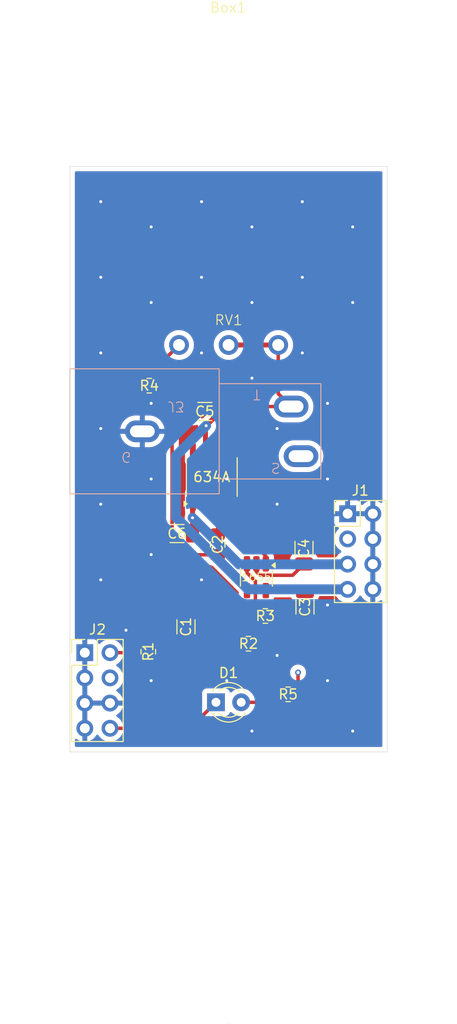
<source format=kicad_pcb>
(kicad_pcb (version 20240108) (generator "pcbnew") (generator_version "8.0")
  (layers (0 "F.Cu" jumper) (1 "In1.Cu" signal) (2 "In2.Cu" signal) (31 "B.Cu" signal) (34 "B.Paste" user) (35 "F.Paste" user) (36 "B.SilkS" user "B.Silkscreen") (37 "F.SilkS" user "F.Silkscreen") (38 "B.Mask" user) (39 "F.Mask" user) (44 "Edge.Cuts" user))
  (net 0 "")
  (net 1 "VIN")
  (net 2 "+V")
  (net 3 "-V")
  (net 4 "LED")
  (net 5 "IN^{EFF}")
  (net 6 "Net-(U1-+)")
  (net 7 "Net-(U1--)")
  (net 8 "Net-(C1-Pad1)")
  (net 9 "Net-(U2-V_{IN})")
  (net 10 "Net-(D1-A)")
  (net 12 "Net-(J3-PadT)")
  (net 13 "IN^{RAW}")
  (net 17 "GND")
  (footprint "Capacitor_SMD:C_1206_3216Metric_Pad1.33x1.80mm_HandSolder" (layer "F.Cu") (at 197.6 88.7 180)
    (property "Reference" "C5" (at 0 0 0) (layer "F.SilkS"))
    (property "Value" "10uF")
    (fp_line (start -0.711252 0.91) (end 0.711252 0.91) (stroke (width 0.12)) (layer "F.SilkS"))
    (fp_line (start -0.711252 -0.91) (end 0.711252 -0.91) (stroke (width 0.12)) (layer "F.SilkS"))
    (pad "1" smd roundrect (at -1.5625 0 180) (size 1.325 1.8) (layers "F.Cu" "F.Paste" "F.Mask") (roundrect_rratio 0.188679) (net 2 "+V"))
    (pad "2" smd roundrect (at 1.5625 0 180) (size 1.325 1.8) (layers "F.Cu" "F.Paste" "F.Mask") (roundrect_rratio 0.188679) (net 17 "GND"))
  )
  (footprint "Resistor_SMD:R_0805_2012Metric_Pad1.20x1.40mm_HandSolder" (layer "F.Cu") (at 203.7 109.3)
    (property "Reference" "R3" (at 0 0 0) (layer "F.SilkS"))
    (property "Value" "470k")
    (fp_line (start -0.227064 -0.735) (end 0.227064 -0.735) (stroke (width 0.12)) (layer "F.SilkS"))
    (fp_line (start -0.227064 0.735) (end 0.227064 0.735) (stroke (width 0.12)) (layer "F.SilkS"))
    (pad "1" smd roundrect (at -1 0) (size 1.2 1.4) (layers "F.Cu" "F.Paste" "F.Mask") (roundrect_rratio 0.208333) (net 6 "Net-(U1-+)"))
    (pad "2" smd roundrect (at 1 0) (size 1.2 1.4) (layers "F.Cu" "F.Paste" "F.Mask") (roundrect_rratio 0.208333) (net 17 "GND"))
  )
  (footprint "Resistor_SMD:R_0805_2012Metric_Pad1.20x1.40mm_HandSolder" (layer "F.Cu") (at 192 86.1)
    (property "Reference" "R4" (at 0 0 0) (layer "F.SilkS"))
    (property "Value" "10k")
    (fp_line (start -0.227064 -0.735) (end 0.227064 -0.735) (stroke (width 0.12)) (layer "F.SilkS"))
    (fp_line (start -0.227064 0.735) (end 0.227064 0.735) (stroke (width 0.12)) (layer "F.SilkS"))
    (pad "1" smd roundrect (at -1 0) (size 1.2 1.4) (layers "F.Cu" "F.Paste" "F.Mask") (roundrect_rratio 0.208333) (net 17 "GND"))
    (pad "2" smd roundrect (at 1 0) (size 1.2 1.4) (layers "F.Cu" "F.Paste" "F.Mask") (roundrect_rratio 0.208333) (net 7 "Net-(U1--)"))
  )
  (footprint "Resistor_SMD:R_0805_2012Metric_Pad1.20x1.40mm_HandSolder" (layer "F.Cu") (at 191.9 112.9 90)
    (property "Reference" "R1" (at 0 0 90) (layer "F.SilkS"))
    (property "Value" "10k")
    (fp_line (start -0.227064 -0.735) (end 0.227064 -0.735) (stroke (width 0.12)) (layer "F.SilkS"))
    (fp_line (start -0.227064 0.735) (end 0.227064 0.735) (stroke (width 0.12)) (layer "F.SilkS"))
    (pad "1" smd roundrect (at -1 0 90) (size 1.2 1.4) (layers "F.Cu" "F.Paste" "F.Mask") (roundrect_rratio 0.208333) (net 13 "IN^{RAW}"))
    (pad "2" smd roundrect (at 1 0 90) (size 1.2 1.4) (layers "F.Cu" "F.Paste" "F.Mask") (roundrect_rratio 0.208333) (net 8 "Net-(C1-Pad1)"))
  )
  (footprint "Package_SO:SOIC-8_3.9x4.9mm_P1.27mm" (layer "F.Cu") (at 198.3 95.3 90)
    (property "Reference" "U2" (hide yes))
    (property "Value" "BUF634AxD")
    (property "VAL" "634A" (at 0 0 0) (layer "F.SilkS"))
    (fp_line (start 0 -2.56) (end 1.95 -2.56) (stroke (width 0.12)) (layer "F.SilkS"))
    (fp_line (start 0 -2.56) (end -1.95 -2.56) (stroke (width 0.12)) (layer "F.SilkS"))
    (fp_line (start 0 2.56) (end 1.95 2.56) (stroke (width 0.12)) (layer "F.SilkS"))
    (fp_line (start 0 2.56) (end -1.95 2.56) (stroke (width 0.12)) (layer "F.SilkS"))
    (fp_poly (pts (xy -2.7 -2.465) (xy -2.94 -2.795) (xy -2.46 -2.795) (xy -2.7 -2.465)) (stroke (width 0.12)) (fill solid) (layer "F.SilkS"))
    (pad "1" smd roundrect (at -2.475 -1.905 90) (size 1.95 0.6) (layers "F.Cu" "F.Paste" "F.Mask") (net 3 "-V"))
    (pad "2" smd roundrect (at -2.475 -0.635 90) (size 1.95 0.6) (layers "F.Cu" "F.Paste" "F.Mask"))
    (pad "3" smd roundrect (at -2.475 0.635 90) (size 1.95 0.6) (layers "F.Cu" "F.Paste" "F.Mask") (net 9 "Net-(U2-V_{IN})"))
    (pad "4" smd roundrect (at -2.475 1.905 90) (size 1.95 0.6) (layers "F.Cu" "F.Paste" "F.Mask") (net 3 "-V"))
    (pad "5" smd roundrect (at 2.475 1.905 90) (size 1.95 0.6) (layers "F.Cu" "F.Paste" "F.Mask"))
    (pad "6" smd roundrect (at 2.475 0.635 90) (size 1.95 0.6) (layers "F.Cu" "F.Paste" "F.Mask") (net 12 "Net-(J3-PadT)"))
    (pad "7" smd roundrect (at 2.475 -0.635 90) (size 1.95 0.6) (layers "F.Cu" "F.Paste" "F.Mask") (net 2 "+V"))
    (pad "8" smd roundrect (at 2.475 -1.905 90) (size 1.95 0.6) (layers "F.Cu" "F.Paste" "F.Mask"))
  )
  (footprint "Package_TO_SOT_SMD:SOT-23-5_HandSoldering" (layer "F.Cu") (at 202.8 105.4 -90)
    (property "Reference" "U1" (hide yes))
    (property "Value" "OPA1655")
    (property "VAL" "1655" (at 0 0 0) (layer "F.SilkS") (effects (font (size 0.8 0.8) (thickness 0.1))))
    (fp_line (start -0.9 1.61) (end 0.9 1.61) (stroke (width 0.12)) (layer "F.SilkS"))
    (fp_line (start 0.1 -1.61) (end -0.7 -1.61) (stroke (width 0.12)) (layer "F.SilkS"))
    (fp_line (start 0.1 -1.61) (end 0.9 -1.61) (stroke (width 0.12)) (layer "F.SilkS"))
    (fp_poly (pts (xy -1.2 -1.56) (xy -1.44 -1.89) (xy -0.96 -1.89) (xy -1.2 -1.56)) (stroke (width 0.12)) (fill solid) (layer "F.SilkS"))
    (pad "1" smd roundrect (at -1.35 -0.95 270) (size 1.56 0.65) (layers "F.Cu" "F.Paste" "F.Mask") (net 9 "Net-(U2-V_{IN})"))
    (pad "2" smd roundrect (at -1.35 0 270) (size 1.56 0.65) (layers "F.Cu" "F.Paste" "F.Mask") (net 3 "-V"))
    (pad "3" smd roundrect (at -1.35 0.95 270) (size 1.56 0.65) (layers "F.Cu" "F.Paste" "F.Mask") (net 6 "Net-(U1-+)"))
    (pad "4" smd roundrect (at 1.35 0.95 270) (size 1.56 0.65) (layers "F.Cu" "F.Paste" "F.Mask") (net 7 "Net-(U1--)"))
    (pad "5" smd roundrect (at 1.35 -0.95 270) (size 1.56 0.65) (layers "F.Cu" "F.Paste" "F.Mask") (net 2 "+V"))
  )
  (footprint "Capacitor_SMD:C_1206_3216Metric_Pad1.33x1.80mm_HandSolder" (layer "F.Cu") (at 195.7 110.4 90)
    (property "Reference" "C1" (at 0 0 90) (layer "F.SilkS"))
    (property "Value" "1uF")
    (fp_line (start -0.711252 -0.91) (end 0.711252 -0.91) (stroke (width 0.12)) (layer "F.SilkS"))
    (fp_line (start -0.711252 0.91) (end 0.711252 0.91) (stroke (width 0.12)) (layer "F.SilkS"))
    (pad "1" smd roundrect (at -1.5625 0 90) (size 1.325 1.8) (layers "F.Cu" "F.Paste" "F.Mask") (roundrect_rratio 0.188679) (net 8 "Net-(C1-Pad1)"))
    (pad "2" smd roundrect (at 1.5625 0 90) (size 1.325 1.8) (layers "F.Cu" "F.Paste" "F.Mask") (roundrect_rratio 0.188679) (net 6 "Net-(U1-+)"))
  )
  (footprint "Capacitor_SMD:C_1206_3216Metric_Pad1.33x1.80mm_HandSolder" (layer "F.Cu") (at 207.7 108.4 -90)
    (property "Reference" "C3" (at 0 0 90) (layer "F.SilkS"))
    (property "Value" "0.1uF")
    (fp_line (start -0.711252 0.91) (end 0.711252 0.91) (stroke (width 0.12)) (layer "F.SilkS"))
    (fp_line (start -0.711252 -0.91) (end 0.711252 -0.91) (stroke (width 0.12)) (layer "F.SilkS"))
    (pad "1" smd roundrect (at -1.5625 0 270) (size 1.325 1.8) (layers "F.Cu" "F.Paste" "F.Mask") (roundrect_rratio 0.188679) (net 2 "+V"))
    (pad "2" smd roundrect (at 1.5625 0 270) (size 1.325 1.8) (layers "F.Cu" "F.Paste" "F.Mask") (roundrect_rratio 0.188679) (net 17 "GND"))
  )
  (footprint "Connector_PinHeader_2.54mm:PinHeader_2x04_P2.54mm_Vertical" (layer "F.Cu") (at 185.5 113)
    (property "Reference" "J2" (at 1.27 -2.33 0) (layer "F.SilkS"))
    (property "Value" "Conn_02x04_Odd_Even")
    (fp_line (start -1.33 -1.33) (end 0 -1.33) (stroke (width 0.12)) (layer "F.SilkS"))
    (fp_line (start -1.33 0) (end -1.33 -1.33) (stroke (width 0.12)) (layer "F.SilkS"))
    (fp_line (start -1.33 1.27) (end -1.33 8.95) (stroke (width 0.12)) (layer "F.SilkS"))
    (fp_line (start -1.33 1.27) (end 1.27 1.27) (stroke (width 0.12)) (layer "F.SilkS"))
    (fp_line (start -1.33 8.95) (end 3.87 8.95) (stroke (width 0.12)) (layer "F.SilkS"))
    (fp_line (start 1.27 -1.33) (end 3.87 -1.33) (stroke (width 0.12)) (layer "F.SilkS"))
    (fp_line (start 1.27 1.27) (end 1.27 -1.33) (stroke (width 0.12)) (layer "F.SilkS"))
    (fp_line (start 3.87 -1.33) (end 3.87 8.95) (stroke (width 0.12)) (layer "F.SilkS"))
    (pad "1" thru_hole rect (at 0 0) (size 1.7 1.7) (drill 1) (layers "*.Cu" "*.Mask" "In3.Cu" "In4.Cu" "In5.Cu" "In6.Cu" "In7.Cu" "In8.Cu" "In9.Cu" "In10.Cu" "In11.Cu" "In12.Cu" "In13.Cu" "In14.Cu" "In15.Cu" "In16.Cu" "In17.Cu" "In18.Cu" "In19.Cu" "In20.Cu" "In21.Cu" "In22.Cu" "In23.Cu" "In24.Cu" "In25.Cu" "In26.Cu" "In27.Cu" "In28.Cu" "In29.Cu" "In30.Cu") (net 17 "GND"))
    (pad "2" thru_hole oval (at 2.54 0) (size 1.7 1.7) (drill 1) (layers "*.Cu" "*.Mask" "In3.Cu" "In4.Cu" "In5.Cu" "In6.Cu" "In7.Cu" "In8.Cu" "In9.Cu" "In10.Cu" "In11.Cu" "In12.Cu" "In13.Cu" "In14.Cu" "In15.Cu" "In16.Cu" "In17.Cu" "In18.Cu" "In19.Cu" "In20.Cu" "In21.Cu" "In22.Cu" "In23.Cu" "In24.Cu" "In25.Cu" "In26.Cu" "In27.Cu" "In28.Cu" "In29.Cu" "In30.Cu") (net 13 "IN^{RAW}"))
    (pad "3" thru_hole oval (at 0 2.54) (size 1.7 1.7) (drill 1) (layers "*.Cu" "*.Mask" "In3.Cu" "In4.Cu" "In5.Cu" "In6.Cu" "In7.Cu" "In8.Cu" "In9.Cu" "In10.Cu" "In11.Cu" "In12.Cu" "In13.Cu" "In14.Cu" "In15.Cu" "In16.Cu" "In17.Cu" "In18.Cu" "In19.Cu" "In20.Cu" "In21.Cu" "In22.Cu" "In23.Cu" "In24.Cu" "In25.Cu" "In26.Cu" "In27.Cu" "In28.Cu" "In29.Cu" "In30.Cu") (net 17 "GND"))
    (pad "4" thru_hole oval (at 2.54 2.54) (size 1.7 1.7) (drill 1) (layers "*.Cu" "*.Mask" "In3.Cu" "In4.Cu" "In5.Cu" "In6.Cu" "In7.Cu" "In8.Cu" "In9.Cu" "In10.Cu" "In11.Cu" "In12.Cu" "In13.Cu" "In14.Cu" "In15.Cu" "In16.Cu" "In17.Cu" "In18.Cu" "In19.Cu" "In20.Cu" "In21.Cu" "In22.Cu" "In23.Cu" "In24.Cu" "In25.Cu" "In26.Cu" "In27.Cu" "In28.Cu" "In29.Cu" "In30.Cu") (net 5 "IN^{EFF}"))
    (pad "5" thru_hole oval (at 0 5.08) (size 1.7 1.7) (drill 1) (layers "*.Cu" "*.Mask" "In3.Cu" "In4.Cu" "In5.Cu" "In6.Cu" "In7.Cu" "In8.Cu" "In9.Cu" "In10.Cu" "In11.Cu" "In12.Cu" "In13.Cu" "In14.Cu" "In15.Cu" "In16.Cu" "In17.Cu" "In18.Cu" "In19.Cu" "In20.Cu" "In21.Cu" "In22.Cu" "In23.Cu" "In24.Cu" "In25.Cu" "In26.Cu" "In27.Cu" "In28.Cu" "In29.Cu" "In30.Cu") (net 17 "GND"))
    (pad "6" thru_hole oval (at 2.54 5.08) (size 1.7 1.7) (drill 1) (layers "*.Cu" "*.Mask" "In3.Cu" "In4.Cu" "In5.Cu" "In6.Cu" "In7.Cu" "In8.Cu" "In9.Cu" "In10.Cu" "In11.Cu" "In12.Cu" "In13.Cu" "In14.Cu" "In15.Cu" "In16.Cu" "In17.Cu" "In18.Cu" "In19.Cu" "In20.Cu" "In21.Cu" "In22.Cu" "In23.Cu" "In24.Cu" "In25.Cu" "In26.Cu" "In27.Cu" "In28.Cu" "In29.Cu" "In30.Cu") (net 17 "GND"))
    (pad "7" thru_hole oval (at 0 7.62) (size 1.7 1.7) (drill 1) (layers "*.Cu" "*.Mask" "In3.Cu" "In4.Cu" "In5.Cu" "In6.Cu" "In7.Cu" "In8.Cu" "In9.Cu" "In10.Cu" "In11.Cu" "In12.Cu" "In13.Cu" "In14.Cu" "In15.Cu" "In16.Cu" "In17.Cu" "In18.Cu" "In19.Cu" "In20.Cu" "In21.Cu" "In22.Cu" "In23.Cu" "In24.Cu" "In25.Cu" "In26.Cu" "In27.Cu" "In28.Cu" "In29.Cu" "In30.Cu") (net 17 "GND"))
    (pad "8" thru_hole oval (at 2.54 7.62) (size 1.7 1.7) (drill 1) (layers "*.Cu" "*.Mask" "In3.Cu" "In4.Cu" "In5.Cu" "In6.Cu" "In7.Cu" "In8.Cu" "In9.Cu" "In10.Cu" "In11.Cu" "In12.Cu" "In13.Cu" "In14.Cu" "In15.Cu" "In16.Cu" "In17.Cu" "In18.Cu" "In19.Cu" "In20.Cu" "In21.Cu" "In22.Cu" "In23.Cu" "In24.Cu" "In25.Cu" "In26.Cu" "In27.Cu" "In28.Cu" "In29.Cu" "In30.Cu") (net 4 "LED"))
  )
  (footprint "Connector_PinHeader_2.54mm:PinHeader_2x04_P2.54mm_Vertical" (layer "F.Cu") (at 212 99)
    (property "Reference" "J1" (at 1.27 -2.33 0) (layer "F.SilkS"))
    (property "Value" "Conn_02x04_Odd_Even")
    (fp_line (start -1.33 -1.33) (end 0 -1.33) (stroke (width 0.12)) (layer "F.SilkS"))
    (fp_line (start -1.33 0) (end -1.33 -1.33) (stroke (width 0.12)) (layer "F.SilkS"))
    (fp_line (start -1.33 1.27) (end -1.33 8.95) (stroke (width 0.12)) (layer "F.SilkS"))
    (fp_line (start -1.33 1.27) (end 1.27 1.27) (stroke (width 0.12)) (layer "F.SilkS"))
    (fp_line (start -1.33 8.95) (end 3.87 8.95) (stroke (width 0.12)) (layer "F.SilkS"))
    (fp_line (start 1.27 -1.33) (end 3.87 -1.33) (stroke (width 0.12)) (layer "F.SilkS"))
    (fp_line (start 1.27 1.27) (end 1.27 -1.33) (stroke (width 0.12)) (layer "F.SilkS"))
    (fp_line (start 3.87 -1.33) (end 3.87 8.95) (stroke (width 0.12)) (layer "F.SilkS"))
    (pad "1" thru_hole rect (at 0 0) (size 1.7 1.7) (drill 1) (layers "*.Cu" "*.Mask" "In3.Cu" "In4.Cu" "In5.Cu" "In6.Cu" "In7.Cu" "In8.Cu" "In9.Cu" "In10.Cu" "In11.Cu" "In12.Cu" "In13.Cu" "In14.Cu" "In15.Cu" "In16.Cu" "In17.Cu" "In18.Cu" "In19.Cu" "In20.Cu" "In21.Cu" "In22.Cu" "In23.Cu" "In24.Cu" "In25.Cu" "In26.Cu" "In27.Cu" "In28.Cu" "In29.Cu" "In30.Cu") (net 17 "GND"))
    (pad "2" thru_hole oval (at 2.54 0) (size 1.7 1.7) (drill 1) (layers "*.Cu" "*.Mask" "In3.Cu" "In4.Cu" "In5.Cu" "In6.Cu" "In7.Cu" "In8.Cu" "In9.Cu" "In10.Cu" "In11.Cu" "In12.Cu" "In13.Cu" "In14.Cu" "In15.Cu" "In16.Cu" "In17.Cu" "In18.Cu" "In19.Cu" "In20.Cu" "In21.Cu" "In22.Cu" "In23.Cu" "In24.Cu" "In25.Cu" "In26.Cu" "In27.Cu" "In28.Cu" "In29.Cu" "In30.Cu") (net 17 "GND"))
    (pad "3" thru_hole oval (at 0 2.54) (size 1.7 1.7) (drill 1) (layers "*.Cu" "*.Mask" "In3.Cu" "In4.Cu" "In5.Cu" "In6.Cu" "In7.Cu" "In8.Cu" "In9.Cu" "In10.Cu" "In11.Cu" "In12.Cu" "In13.Cu" "In14.Cu" "In15.Cu" "In16.Cu" "In17.Cu" "In18.Cu" "In19.Cu" "In20.Cu" "In21.Cu" "In22.Cu" "In23.Cu" "In24.Cu" "In25.Cu" "In26.Cu" "In27.Cu" "In28.Cu" "In29.Cu" "In30.Cu") (net 1 "VIN"))
    (pad "4" thru_hole oval (at 2.54 2.54) (size 1.7 1.7) (drill 1) (layers "*.Cu" "*.Mask" "In3.Cu" "In4.Cu" "In5.Cu" "In6.Cu" "In7.Cu" "In8.Cu" "In9.Cu" "In10.Cu" "In11.Cu" "In12.Cu" "In13.Cu" "In14.Cu" "In15.Cu" "In16.Cu" "In17.Cu" "In18.Cu" "In19.Cu" "In20.Cu" "In21.Cu" "In22.Cu" "In23.Cu" "In24.Cu" "In25.Cu" "In26.Cu" "In27.Cu" "In28.Cu" "In29.Cu" "In30.Cu") (net 17 "GND"))
    (pad "5" thru_hole oval (at 0 5.08) (size 1.7 1.7) (drill 1) (layers "*.Cu" "*.Mask" "In3.Cu" "In4.Cu" "In5.Cu" "In6.Cu" "In7.Cu" "In8.Cu" "In9.Cu" "In10.Cu" "In11.Cu" "In12.Cu" "In13.Cu" "In14.Cu" "In15.Cu" "In16.Cu" "In17.Cu" "In18.Cu" "In19.Cu" "In20.Cu" "In21.Cu" "In22.Cu" "In23.Cu" "In24.Cu" "In25.Cu" "In26.Cu" "In27.Cu" "In28.Cu" "In29.Cu" "In30.Cu") (net 3 "-V"))
    (pad "6" thru_hole oval (at 2.54 5.08) (size 1.7 1.7) (drill 1) (layers "*.Cu" "*.Mask" "In3.Cu" "In4.Cu" "In5.Cu" "In6.Cu" "In7.Cu" "In8.Cu" "In9.Cu" "In10.Cu" "In11.Cu" "In12.Cu" "In13.Cu" "In14.Cu" "In15.Cu" "In16.Cu" "In17.Cu" "In18.Cu" "In19.Cu" "In20.Cu" "In21.Cu" "In22.Cu" "In23.Cu" "In24.Cu" "In25.Cu" "In26.Cu" "In27.Cu" "In28.Cu" "In29.Cu" "In30.Cu") (net 17 "GND"))
    (pad "7" thru_hole oval (at 0 7.62) (size 1.7 1.7) (drill 1) (layers "*.Cu" "*.Mask" "In3.Cu" "In4.Cu" "In5.Cu" "In6.Cu" "In7.Cu" "In8.Cu" "In9.Cu" "In10.Cu" "In11.Cu" "In12.Cu" "In13.Cu" "In14.Cu" "In15.Cu" "In16.Cu" "In17.Cu" "In18.Cu" "In19.Cu" "In20.Cu" "In21.Cu" "In22.Cu" "In23.Cu" "In24.Cu" "In25.Cu" "In26.Cu" "In27.Cu" "In28.Cu" "In29.Cu" "In30.Cu") (net 2 "+V"))
    (pad "8" thru_hole oval (at 2.54 7.62) (size 1.7 1.7) (drill 1) (layers "*.Cu" "*.Mask" "In3.Cu" "In4.Cu" "In5.Cu" "In6.Cu" "In7.Cu" "In8.Cu" "In9.Cu" "In10.Cu" "In11.Cu" "In12.Cu" "In13.Cu" "In14.Cu" "In15.Cu" "In16.Cu" "In17.Cu" "In18.Cu" "In19.Cu" "In20.Cu" "In21.Cu" "In22.Cu" "In23.Cu" "In24.Cu" "In25.Cu" "In26.Cu" "In27.Cu" "In28.Cu" "In29.Cu" "In30.Cu") (net 17 "GND"))
  )
  (footprint "Mylib:1590A" (layer "F.Cu") (at 200 100)
    (property "Reference" "Box1" (at -0.05 -52 0) (layer "F.SilkS") (effects (font (thickness 0.1))))
    (property "Value" "1590A")
    (fp_line (start 0.05 50.375) (end 0.05 50.375) (stroke (width 0.1)) (layer "F.SilkS"))
  )
  (footprint "Capacitor_SMD:C_1206_3216Metric_Pad1.33x1.80mm_HandSolder" (layer "F.Cu") (at 207.6 102.5 90)
    (property "Reference" "C4" (at 0 0 90) (layer "F.SilkS"))
    (property "Value" "0.1uF")
    (fp_line (start -0.711252 -0.91) (end 0.711252 -0.91) (stroke (width 0.12)) (layer "F.SilkS"))
    (fp_line (start -0.711252 0.91) (end 0.711252 0.91) (stroke (width 0.12)) (layer "F.SilkS"))
    (pad "1" smd roundrect (at -1.5625 0 90) (size 1.325 1.8) (layers "F.Cu" "F.Paste" "F.Mask") (roundrect_rratio 0.188679) (net 3 "-V"))
    (pad "2" smd roundrect (at 1.5625 0 90) (size 1.325 1.8) (layers "F.Cu" "F.Paste" "F.Mask") (roundrect_rratio 0.188679) (net 17 "GND"))
  )
  (footprint "LED_THT:LED_D3.0mm" (layer "F.Cu") (at 198.725 118)
    (property "Reference" "D1" (at 1.27 -2.96 0) (layer "F.SilkS"))
    (property "Value" "LED")
    (fp_line (start -0.29 -1.236) (end -0.29 -1.08) (stroke (width 0.12)) (layer "F.SilkS"))
    (fp_line (start -0.29 1.08) (end -0.29 1.236) (stroke (width 0.12)) (layer "F.SilkS"))
    (fp_arc (start -0.29 -1.235516) (mid 1.365624 -1.987701) (end 2.941397 -1.080061) (stroke (width 0.12)) (layer "F.SilkS"))
    (fp_arc (start 0.229039 -1.08) (mid 1.269964 -1.5) (end 2.31091 -1.080049) (stroke (width 0.12)) (layer "F.SilkS"))
    (fp_arc (start 2.31091 1.080049) (mid 1.269964 1.5) (end 0.229039 1.08) (stroke (width 0.12)) (layer "F.SilkS"))
    (fp_arc (start 2.941397 1.080061) (mid 1.365624 1.987701) (end -0.29 1.235516) (stroke (width 0.12)) (layer "F.SilkS"))
    (pad "1" thru_hole rect (at 0 0) (size 1.8 1.8) (drill 0.9) (layers "*.Cu" "*.Mask" "In3.Cu" "In4.Cu" "In5.Cu" "In6.Cu" "In7.Cu" "In8.Cu" "In9.Cu" "In10.Cu" "In11.Cu" "In12.Cu" "In13.Cu" "In14.Cu" "In15.Cu" "In16.Cu" "In17.Cu" "In18.Cu" "In19.Cu" "In20.Cu" "In21.Cu" "In22.Cu" "In23.Cu" "In24.Cu" "In25.Cu" "In26.Cu" "In27.Cu" "In28.Cu" "In29.Cu" "In30.Cu") (net 4 "LED"))
    (pad "2" thru_hole circle (at 2.54 0) (size 1.8 1.8) (drill 0.9) (layers "*.Cu" "*.Mask" "In3.Cu" "In4.Cu" "In5.Cu" "In6.Cu" "In7.Cu" "In8.Cu" "In9.Cu" "In10.Cu" "In11.Cu" "In12.Cu" "In13.Cu" "In14.Cu" "In15.Cu" "In16.Cu" "In17.Cu" "In18.Cu" "In19.Cu" "In20.Cu" "In21.Cu" "In22.Cu" "In23.Cu" "In24.Cu" "In25.Cu" "In26.Cu" "In27.Cu" "In28.Cu" "In29.Cu" "In30.Cu") (net 10 "Net-(D1-A)"))
  )
  (footprint "Capacitor_SMD:C_1206_3216Metric_Pad1.33x1.80mm_HandSolder" (layer "F.Cu") (at 194.8 101 180)
    (property "Reference" "C6" (at 0 0 0) (layer "F.SilkS"))
    (property "Value" "10uF")
    (fp_line (start -0.711252 0.91) (end 0.711252 0.91) (stroke (width 0.12)) (layer "F.SilkS"))
    (fp_line (start -0.711252 -0.91) (end 0.711252 -0.91) (stroke (width 0.12)) (layer "F.SilkS"))
    (pad "1" smd roundrect (at -1.5625 0 180) (size 1.325 1.8) (layers "F.Cu" "F.Paste" "F.Mask") (roundrect_rratio 0.188679) (net 3 "-V"))
    (pad "2" smd roundrect (at 1.5625 0 180) (size 1.325 1.8) (layers "F.Cu" "F.Paste" "F.Mask") (roundrect_rratio 0.188679) (net 17 "GND"))
  )
  (footprint "Mylib:Potentiometer-Basic" (layer "F.Cu") (at 200 82)
    (property "Reference" "RV1" (at 0 -2.5 0) (layer "F.SilkS") (effects (font (thickness 0.1))))
    (property "Value" "10kA")
    (pad "1" thru_hole circle (at -5 0) (size 2 2) (drill 1.2) (layers "*.Cu" "*.Mask" "In3.Cu" "In4.Cu" "In5.Cu" "In6.Cu" "In7.Cu" "In8.Cu" "In9.Cu" "In10.Cu" "In11.Cu" "In12.Cu" "In13.Cu" "In14.Cu" "In15.Cu" "In16.Cu" "In17.Cu" "In18.Cu" "In19.Cu" "In20.Cu" "In21.Cu" "In22.Cu" "In23.Cu" "In24.Cu" "In25.Cu" "In26.Cu" "In27.Cu" "In28.Cu" "In29.Cu" "In30.Cu") (net 7 "Net-(U1--)"))
    (pad "2" thru_hole circle (at 0 0) (size 2 2) (drill 1.2) (layers "*.Cu" "*.Mask" "In3.Cu" "In4.Cu" "In5.Cu" "In6.Cu" "In7.Cu" "In8.Cu" "In9.Cu" "In10.Cu" "In11.Cu" "In12.Cu" "In13.Cu" "In14.Cu" "In15.Cu" "In16.Cu" "In17.Cu" "In18.Cu" "In19.Cu" "In20.Cu" "In21.Cu" "In22.Cu" "In23.Cu" "In24.Cu" "In25.Cu" "In26.Cu" "In27.Cu" "In28.Cu" "In29.Cu" "In30.Cu") (net 12 "Net-(J3-PadT)"))
    (pad "3" thru_hole circle (at 5 0) (size 2 2) (drill 1.2) (layers "*.Cu" "*.Mask" "In3.Cu" "In4.Cu" "In5.Cu" "In6.Cu" "In7.Cu" "In8.Cu" "In9.Cu" "In10.Cu" "In11.Cu" "In12.Cu" "In13.Cu" "In14.Cu" "In15.Cu" "In16.Cu" "In17.Cu" "In18.Cu" "In19.Cu" "In20.Cu" "In21.Cu" "In22.Cu" "In23.Cu" "In24.Cu" "In25.Cu" "In26.Cu" "In27.Cu" "In28.Cu" "In29.Cu" "In30.Cu") (net 12 "Net-(J3-PadT)"))
  )
  (footprint "Capacitor_SMD:C_0805_2012Metric_Pad1.18x1.45mm_HandSolder" (layer "F.Cu") (at 198.9 102.1 -90)
    (property "Reference" "C2" (at 0 0 90) (layer "F.SilkS"))
    (property "Value" "10pF")
    (fp_line (start -0.261252 0.735) (end 0.261252 0.735) (stroke (width 0.12)) (layer "F.SilkS"))
    (fp_line (start -0.261252 -0.735) (end 0.261252 -0.735) (stroke (width 0.12)) (layer "F.SilkS"))
    (pad "1" smd roundrect (at -1.0375 0 270) (size 1.175 1.45) (layers "F.Cu" "F.Paste" "F.Mask") (roundrect_rratio 0.212766) (net 9 "Net-(U2-V_{IN})"))
    (pad "2" smd roundrect (at 1.0375 0 270) (size 1.175 1.45) (layers "F.Cu" "F.Paste" "F.Mask") (roundrect_rratio 0.212766) (net 7 "Net-(U1--)"))
  )
  (footprint "Resistor_SMD:R_0805_2012Metric_Pad1.20x1.40mm_HandSolder" (layer "F.Cu") (at 202 112.1)
    (property "Reference" "R2" (at 0 0 0) (layer "F.SilkS"))
    (property "Value" "1M0")
    (fp_line (start -0.227064 -0.735) (end 0.227064 -0.735) (stroke (width 0.12)) (layer "F.SilkS"))
    (fp_line (start -0.227064 0.735) (end 0.227064 0.735) (stroke (width 0.12)) (layer "F.SilkS"))
    (pad "1" smd roundrect (at -1 0) (size 1.2 1.4) (layers "F.Cu" "F.Paste" "F.Mask") (roundrect_rratio 0.208333) (net 8 "Net-(C1-Pad1)"))
    (pad "2" smd roundrect (at 1 0) (size 1.2 1.4) (layers "F.Cu" "F.Paste" "F.Mask") (roundrect_rratio 0.208333) (net 17 "GND"))
  )
  (footprint "Resistor_SMD:R_0805_2012Metric_Pad1.20x1.40mm_HandSolder" (layer "F.Cu") (at 206 117.2 180)
    (property "Reference" "R5" (at 0 0 0) (layer "F.SilkS"))
    (property "Value" "10k")
    (fp_line (start -0.227064 0.735) (end 0.227064 0.735) (stroke (width 0.12)) (layer "F.SilkS"))
    (fp_line (start -0.227064 -0.735) (end 0.227064 -0.735) (stroke (width 0.12)) (layer "F.SilkS"))
    (pad "1" smd roundrect (at -1 0 180) (size 1.2 1.4) (layers "F.Cu" "F.Paste" "F.Mask") (roundrect_rratio 0.208333) (net 1 "VIN"))
    (pad "2" smd roundrect (at 1 0 180) (size 1.2 1.4) (layers "F.Cu" "F.Paste" "F.Mask") (roundrect_rratio 0.208333) (net 10 "Net-(D1-A)"))
  )
  (footprint "Mylib:CK-6.35" (layer "B.Cu") (at 196.8 90.7)
    (property "Reference" "J3" (at -2.1 -2.5 180) (layer "B.SilkS") (effects (font (thickness 0.1)) (justify mirror)))
    (property "Value" "AudioJack2_Ground")
    (fp_rect (start -12.8 6.3) (end 2.25 -6.3) (stroke (width 0.1)) (fill none) (layer "B.SilkS"))
    (fp_rect (start 2.25 4.8) (end 12.5 -4.8) (stroke (width 0.1)) (fill none) (layer "B.SilkS"))
    (fp_text user "G" (at -7.7 2 180) (layer "B.SilkS") (effects (font (thickness 0.1)) (justify left bottom mirror)))
    (fp_text user "S" (at 7.4 3.1 180) (layer "B.SilkS") (effects (font (thickness 0.1)) (justify left bottom mirror)))
    (fp_text user "T" (at 5.6 -4.3 180) (layer "B.SilkS") (effects (font (thickness 0.1)) (justify left bottom mirror)))
    (pad "G" thru_hole oval (at -5.5 0) (size 3.5 2.2) (drill oval 2.5 1.2) (layers "*.Cu" "*.Mask" "In3.Cu" "In4.Cu" "In5.Cu" "In6.Cu" "In7.Cu" "In8.Cu" "In9.Cu" "In10.Cu" "In11.Cu" "In12.Cu" "In13.Cu" "In14.Cu" "In15.Cu" "In16.Cu" "In17.Cu" "In18.Cu" "In19.Cu" "In20.Cu" "In21.Cu" "In22.Cu" "In23.Cu" "In24.Cu" "In25.Cu" "In26.Cu" "In27.Cu" "In28.Cu" "In29.Cu" "In30.Cu") (net 17 "GND"))
    (pad "S" thru_hole oval (at 10.5 2.5) (size 3.5 2.2) (drill oval 2.5 1.2) (layers "*.Cu" "*.Mask" "In3.Cu" "In4.Cu" "In5.Cu" "In6.Cu" "In7.Cu" "In8.Cu" "In9.Cu" "In10.Cu" "In11.Cu" "In12.Cu" "In13.Cu" "In14.Cu" "In15.Cu" "In16.Cu" "In17.Cu" "In18.Cu" "In19.Cu" "In20.Cu" "In21.Cu" "In22.Cu" "In23.Cu" "In24.Cu" "In25.Cu" "In26.Cu" "In27.Cu" "In28.Cu" "In29.Cu" "In30.Cu"))
    (pad "T" thru_hole oval (at 9.5 -2.5) (size 3.5 2.2) (drill oval 2.5 1.2) (layers "*.Cu" "*.Mask" "In3.Cu" "In4.Cu" "In5.Cu" "In6.Cu" "In7.Cu" "In8.Cu" "In9.Cu" "In10.Cu" "In11.Cu" "In12.Cu" "In13.Cu" "In14.Cu" "In15.Cu" "In16.Cu" "In17.Cu" "In18.Cu" "In19.Cu" "In20.Cu" "In21.Cu" "In22.Cu" "In23.Cu" "In24.Cu" "In25.Cu" "In26.Cu" "In27.Cu" "In28.Cu" "In29.Cu" "In30.Cu") (net 12 "Net-(J3-PadT)"))
  )
  (gr_rect (start 184 64) (end 216 123) (stroke (width 0.05)) (fill none) (layer "Edge.Cuts"))
  (segment (start 207 115) (end 207 117.2) (width 0.35) (layer "F.Cu") (net 1))
  (via (at 207 115) (size 0.6) (drill 0.3) (layers "F.Cu" "B.Cu") (net 1))
  (segment (start 203.75 106.75) (end 207.6125 106.75) (width 0.35) (layer "F.Cu") (net 2))
  (segment (start 197.73125 90.13125) (end 197.665 90.1975) (width 0.35) (layer "F.Cu") (net 2))
  (segment (start 199.1625 88.7) (end 197.73125 90.13125) (width 0.5) (layer "F.Cu") (net 2))
  (segment (start 197.665 90.1975) (end 197.665 92.825) (width 0.5) (layer "F.Cu") (net 2))
  (segment (start 212 106.62) (end 207.9175 106.62) (width 0.35) (layer "F.Cu") (net 2))
  (via (at 197.73125 90.13125) (size 0.6) (drill 0.3) (layers "F.Cu" "B.Cu") (net 2))
  (segment (start 201.945778 106.62) (end 194.7 99.374222) (width 1) (layer "B.Cu") (net 2))
  (segment (start 194.7 93.1625) (end 197.73125 90.13125) (width 1) (layer "B.Cu") (net 2))
  (segment (start 212 106.62) (end 201.945778 106.62) (width 1) (layer "B.Cu") (net 2))
  (segment (start 194.7 99.374222) (end 194.7 93.1625) (width 1) (layer "B.Cu") (net 2))
  (segment (start 202.8 104.05) (end 202.8 104.829999) (width 0.35) (layer "F.Cu") (net 3))
  (segment (start 206.4625 105.2) (end 207.6 104.0625) (width 0.35) (layer "F.Cu") (net 3))
  (segment (start 196.720001 96.475) (end 200.075 96.475) (width 0.35) (layer "F.Cu") (net 3))
  (segment (start 196.3625 97.8075) (end 196.3625 99.410374) (width 0.5) (layer "F.Cu") (net 3))
  (segment (start 200.075 96.475) (end 200.205 96.605) (width 0.35) (layer "F.Cu") (net 3))
  (segment (start 196.3625 99.41038) (end 196.362497 99.410377) (width 0.5) (layer "F.Cu") (net 3))
  (segment (start 202.8 104.829999) (end 203.170001 105.2) (width 0.35) (layer "F.Cu") (net 3))
  (segment (start 212 104.08) (end 207.6175 104.08) (width 0.35) (layer "F.Cu") (net 3))
  (segment (start 200.205 96.605) (end 200.205 97.775) (width 0.35) (layer "F.Cu") (net 3))
  (segment (start 196.395 96.800001) (end 196.720001 96.475) (width 0.35) (layer "F.Cu") (net 3))
  (segment (start 196.3625 101) (end 196.3625 99.41038) (width 0.5) (layer "F.Cu") (net 3))
  (segment (start 196.395 97.775) (end 196.395 96.800001) (width 0.35) (layer "F.Cu") (net 3))
  (segment (start 203.170001 105.2) (end 206.4625 105.2) (width 0.35) (layer "F.Cu") (net 3))
  (segment (start 196.3625 99.410374) (end 196.362497 99.410377) (width 0.5) (layer "F.Cu") (net 3))
  (via (at 196.362497 99.410377) (size 0.6) (drill 0.3) (layers "F.Cu" "B.Cu") (net 3))
  (segment (start 211.98 104.1) (end 201.05212 104.1) (width 1) (layer "B.Cu") (net 3))
  (segment (start 201.05212 104.1) (end 196.362497 99.410377) (width 1) (layer "B.Cu") (net 3))
  (segment (start 196.105 120.62) (end 198.725 118) (width 0.35) (layer "F.Cu") (net 4))
  (segment (start 188.04 120.62) (end 196.105 120.62) (width 0.35) (layer "F.Cu") (net 4))
  (segment (start 202.7 105.8) (end 201.85 104.95) (width 0.35) (layer "F.Cu") (net 6))
  (segment (start 201.85 104.95) (end 201.85 104.05) (width 0.35) (layer "F.Cu") (net 6))
  (segment (start 202.2375 108.8375) (end 202.7 109.3) (width 0.35) (layer "F.Cu") (net 6))
  (segment (start 202.7 109.3) (end 202.7 105.8) (width 0.35) (layer "F.Cu") (net 6))
  (segment (start 195.7 108.8375) (end 202.2375 108.8375) (width 0.35) (layer "F.Cu") (net 6))
  (segment (start 198.9 103.8) (end 201.85 106.75) (width 0.35) (layer "F.Cu") (net 7))
  (segment (start 194.3 100.8201) (end 194.3 87.4) (width 0.35) (layer "F.Cu") (net 7))
  (segment (start 193 84) (end 195 82) (width 0.35) (layer "F.Cu") (net 7))
  (segment (start 194.3 87.4) (end 193 86.1) (width 0.35) (layer "F.Cu") (net 7))
  (segment (start 198.9 103.1375) (end 196.6174 103.1375) (width 0.35) (layer "F.Cu") (net 7))
  (segment (start 198.9 103.1375) (end 198.9 103.8) (width 0.35) (layer "F.Cu") (net 7))
  (segment (start 193 86.1) (end 193 84) (width 0.35) (layer "F.Cu") (net 7))
  (segment (start 196.6174 103.1375) (end 194.3 100.8201) (width 0.35) (layer "F.Cu") (net 7))
  (segment (start 195.7 111.9625) (end 200.8625 111.9625) (width 0.35) (layer "F.Cu") (net 8))
  (segment (start 191.9 111.9) (end 195.6375 111.9) (width 0.35) (layer "F.Cu") (net 8))
  (segment (start 203.75 103.270001) (end 203.75 104.05) (width 0.35) (layer "F.Cu") (net 9))
  (segment (start 198.9 101.0625) (end 201.542499 101.0625) (width 0.35) (layer "F.Cu") (net 9))
  (segment (start 201.542499 101.0625) (end 203.75 103.270001) (width 0.35) (layer "F.Cu") (net 9))
  (segment (start 198.9 101.0625) (end 198.9 97.81) (width 0.35) (layer "F.Cu") (net 9))
  (segment (start 204.2 118) (end 205 117.2) (width 0.35) (layer "F.Cu") (net 10))
  (segment (start 201.265 118) (end 204.2 118) (width 0.35) (layer "F.Cu") (net 10))
  (segment (start 202.585001 88.2) (end 198.935 91.850001) (width 0.35) (layer "F.Cu") (net 12))
  (segment (start 198.935 91.850001) (end 198.935 92.825) (width 0.35) (layer "F.Cu") (net 12))
  (segment (start 200 82) (end 205 82) (width 0.5) (layer "F.Cu") (net 12))
  (segment (start 205 82) (end 205 86.9) (width 0.35) (layer "F.Cu") (net 12))
  (segment (start 206.3 88.2) (end 202.585001 88.2) (width 0.35) (layer "F.Cu") (net 12))
  (segment (start 205 86.9) (end 206.3 88.2) (width 0.35) (layer "F.Cu") (net 12))
  (segment (start 188.04 113) (end 191 113) (width 0.35) (layer "F.Cu") (net 13))
  (segment (start 191 113) (end 191.9 113.9) (width 0.35) (layer "F.Cu") (net 13))
  (segment (start 188.06 118.1) (end 188.04 118.08) (width 0.35) (layer "F.Cu") (net 17))
  (via (at 202.35 120.8995) (size 0.6) (drill 0.3) (layers "F.Cu" "B.Cu") (net 17))
  (via (at 187.11 98.0395) (size 0.6) (drill 0.3) (layers "F.Cu" "B.Cu") (net 17))
  (via (at 192.19 77.7195) (size 0.6) (drill 0.3) (layers "F.Cu" "B.Cu") (net 17))
  (via (at 209.97 95.4995) (size 0.6) (drill 0.3) (layers "F.Cu" "B.Cu") (net 17))
  (via (at 209.97 108.1995) (size 0.6) (drill 0.3) (layers "F.Cu" "B.Cu") (net 17))
  (via (at 192.19 103.1195) (size 0.6) (drill 0.3) (layers "F.Cu" "B.Cu") (net 17))
  (via (at 212.51 120.8995) (size 0.6) (drill 0.3) (layers "F.Cu" "B.Cu") (net 17))
  (via (at 204.89 113.2795) (size 0.6) (drill 0.3) (layers "F.Cu" "B.Cu") (net 17))
  (via (at 192.19 95.4995) (size 0.6) (drill 0.3) (layers "F.Cu" "B.Cu") (net 17))
  (via (at 187.11 67.5595) (size 0.6) (drill 0.3) (layers "F.Cu" "B.Cu") (net 17))
  (via (at 202.35 85.3395) (size 0.6) (drill 0.3) (layers "F.Cu" "B.Cu") (net 17))
  (via (at 207.43 67.5595) (size 0.6) (drill 0.3) (layers "F.Cu" "B.Cu") (net 17))
  (via (at 197.27 105.6595) (size 0.6) (drill 0.3) (layers "F.Cu" "B.Cu") (net 17))
  (via (at 202.35 70.0995) (size 0.6) (drill 0.3) (layers "F.Cu" "B.Cu") (net 17))
  (via (at 192.19 70.0995) (size 0.6) (drill 0.3) (layers "F.Cu" "B.Cu") (net 17))
  (via (at 204.89 98.0395) (size 0.6) (drill 0.3) (layers "F.Cu" "B.Cu") (net 17))
  (via (at 187.11 90.4195) (size 0.6) (drill 0.3) (layers "F.Cu" "B.Cu") (net 17))
  (via (at 189.65 110.7395) (size 0.6) (drill 0.3) (layers "F.Cu" "B.Cu") (net 17))
  (via (at 199.81 95.4995) (size 0.6) (drill 0.3) (layers "F.Cu" "B.Cu") (net 17))
  (via (at 192.19 87.8795) (size 0.6) (drill 0.3) (layers "F.Cu" "B.Cu") (net 17))
  (via (at 207.43 82.7995) (size 0.6) (drill 0.3) (layers "F.Cu" "B.Cu") (net 17))
  (via (at 209.97 115.8195) (size 0.6) (drill 0.3) (layers "F.Cu" "B.Cu") (net 17))
  (via (at 187.11 105.6595) (size 0.6) (drill 0.3) (layers "F.Cu" "B.Cu") (net 17))
  (via (at 212.51 77.7195) (size 0.6) (drill 0.3) (layers "F.Cu" "B.Cu") (net 17))
  (via (at 197.27 82.7995) (size 0.6) (drill 0.3) (layers "F.Cu" "B.Cu") (net 17))
  (via (at 212.51 70.0995) (size 0.6) (drill 0.3) (layers "F.Cu" "B.Cu") (net 17))
  (via (at 209.97 87.8795) (size 0.6) (drill 0.3) (layers "F.Cu" "B.Cu") (net 17))
  (via (at 197.27 67.5595) (size 0.6) (drill 0.3) (layers "F.Cu" "B.Cu") (net 17))
  (via (at 192.19 115.8195) (size 0.6) (drill 0.3) (layers "F.Cu" "B.Cu") (net 17))
  (via (at 187.11 82.7995) (size 0.6) (drill 0.3) (layers "F.Cu" "B.Cu") (net 17))
  (via (at 199.81 115.8195) (size 0.6) (drill 0.3) (layers "F.Cu" "B.Cu") (net 17))
  (via (at 197.27 75.1795) (size 0.6) (drill 0.3) (layers "F.Cu" "B.Cu") (net 17))
  (via (at 207.43 75.1795) (size 0.6) (drill 0.3) (layers "F.Cu" "B.Cu") (net 17))
  (via (at 204.89 90.4195) (size 0.6) (drill 0.3) (layers "F.Cu" "B.Cu") (net 17))
  (via (at 187.11 75.1795) (size 0.6) (drill 0.3) (layers "F.Cu" "B.Cu") (net 17))
  (via (at 202.35 77.7195) (size 0.6) (drill 0.3) (layers "F.Cu" "B.Cu") (net 17))
  (zone (net 17) (net_name "GND") (layers "F.Cu" "In1.Cu" "In2.Cu" "B.Cu") (connect_pads (clearance 0.5)) (min_thickness 0.25) (fill yes (thermal_gap 0.5) (thermal_bridge_width 0.5) (smoothing fillet) (radius 1))
    (polygon (pts (xy 180.8 53.7) (xy 219.3 53.7) (xy 219.3 146.3) (xy 180.8 146.4)))
  )
)
</source>
